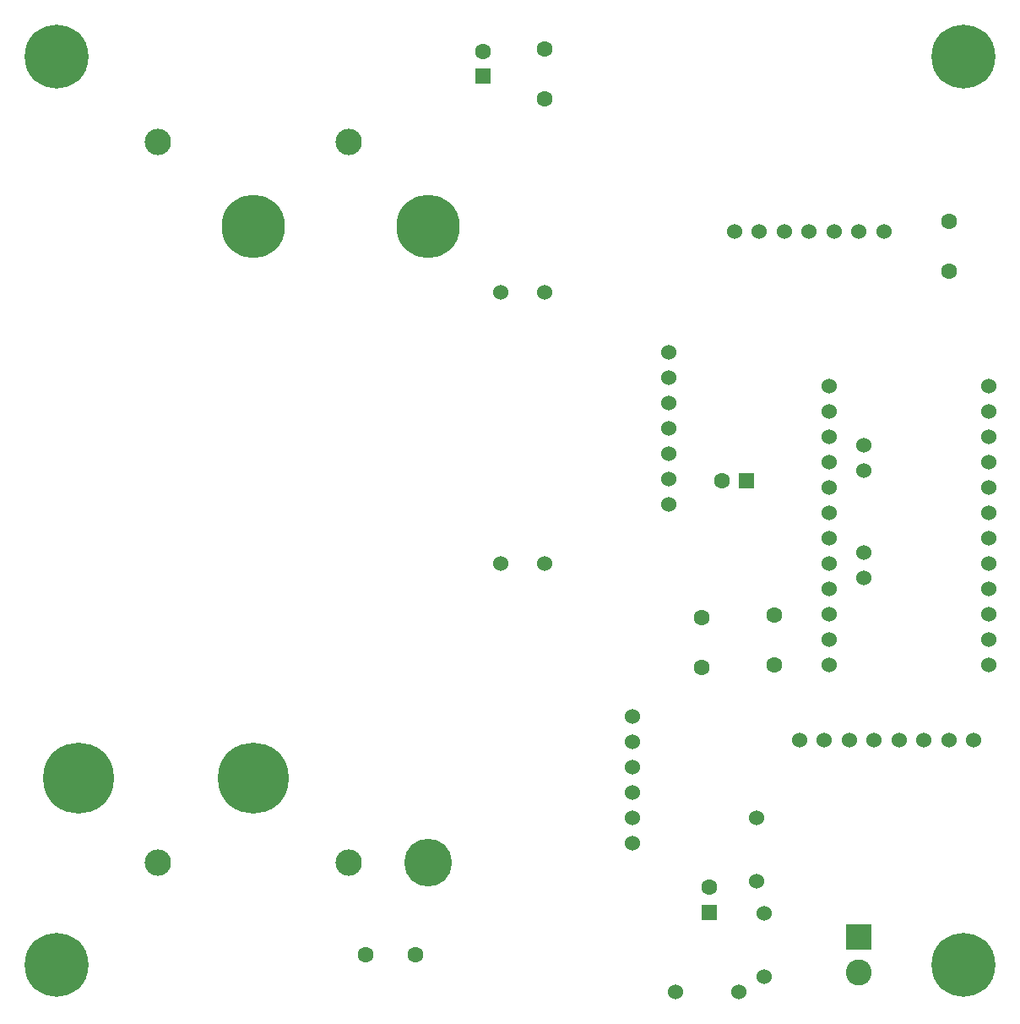
<source format=gbr>
%TF.GenerationSoftware,KiCad,Pcbnew,(5.1.7)-1*%
%TF.CreationDate,2020-11-01T17:05:04-05:00*%
%TF.ProjectId,low_current_data_logger,6c6f775f-6375-4727-9265-6e745f646174,rev?*%
%TF.SameCoordinates,Original*%
%TF.FileFunction,Soldermask,Top*%
%TF.FilePolarity,Negative*%
%FSLAX46Y46*%
G04 Gerber Fmt 4.6, Leading zero omitted, Abs format (unit mm)*
G04 Created by KiCad (PCBNEW (5.1.7)-1) date 2020-11-01 17:05:04*
%MOMM*%
%LPD*%
G01*
G04 APERTURE LIST*
%ADD10C,1.524000*%
%ADD11C,6.350000*%
%ADD12C,7.112000*%
%ADD13C,2.641600*%
%ADD14C,4.775200*%
%ADD15C,6.400000*%
%ADD16C,2.600000*%
%ADD17R,2.600000X2.600000*%
%ADD18C,1.600000*%
%ADD19R,1.600000X1.600000*%
G04 APERTURE END LIST*
D10*
%TO.C,U6*%
X112250000Y-120650000D03*
X112250000Y-123190000D03*
X112250000Y-125730000D03*
X112250000Y-128270000D03*
X112250000Y-130810000D03*
X112250000Y-133350000D03*
%TD*%
D11*
%TO.C,U1*%
X74230000Y-71560000D03*
X91756000Y-71560000D03*
D12*
X74230000Y-126805000D03*
X56754800Y-126805000D03*
D13*
X83805800Y-63051000D03*
X64679600Y-63051000D03*
X64679600Y-135314000D03*
X83805800Y-135314000D03*
D14*
X91756000Y-135314000D03*
%TD*%
D10*
%TO.C,U3*%
X103500000Y-78150000D03*
X99050000Y-78150000D03*
X115950000Y-84130000D03*
X115950000Y-86670000D03*
X115950000Y-89210000D03*
X115950000Y-91750000D03*
X115950000Y-94290000D03*
X115950000Y-96830000D03*
X115950000Y-99370000D03*
X103450000Y-105350000D03*
X99050000Y-105350000D03*
%TD*%
D15*
%TO.C,REF\u002A\u002A*%
X54500000Y-145500000D03*
%TD*%
%TO.C,REF\u002A\u002A*%
X145500000Y-145500000D03*
%TD*%
%TO.C,REF\u002A\u002A*%
X145500000Y-54500000D03*
%TD*%
%TO.C,REF\u002A\u002A*%
X54500000Y-54500000D03*
%TD*%
D10*
%TO.C,U5*%
X122500000Y-72000000D03*
X125000000Y-72000000D03*
X127500000Y-72000000D03*
X130000000Y-72000000D03*
X132500000Y-72000000D03*
X135000000Y-72000000D03*
X137500000Y-72000000D03*
%TD*%
%TO.C,U4*%
X135500000Y-93500000D03*
X135500000Y-96040000D03*
X135500000Y-104210000D03*
X135500000Y-106750000D03*
X132000000Y-87560000D03*
X132000000Y-112960000D03*
X132000000Y-105340000D03*
X132000000Y-110420000D03*
X132000000Y-100260000D03*
X132000000Y-107880000D03*
X132000000Y-97720000D03*
X132000000Y-95180000D03*
X132000000Y-92640000D03*
X132000000Y-102800000D03*
X132000000Y-90100000D03*
X132000000Y-115500000D03*
X148000000Y-87560000D03*
X148000000Y-90100000D03*
X148000000Y-92640000D03*
X148000000Y-95180000D03*
X148000000Y-97720000D03*
X148000000Y-100260000D03*
X148000000Y-102800000D03*
X148000000Y-105340000D03*
X148000000Y-107880000D03*
X148000000Y-110420000D03*
X148000000Y-112960000D03*
X148000000Y-115500000D03*
%TD*%
%TO.C,U2*%
X129000000Y-123000000D03*
X131500000Y-123000000D03*
X134000000Y-123000000D03*
X136500000Y-123000000D03*
X139000000Y-123000000D03*
X141500000Y-123000000D03*
X144000000Y-123000000D03*
X146500000Y-123000000D03*
%TD*%
%TO.C,R3*%
X124750000Y-130825000D03*
X124750000Y-137175000D03*
%TD*%
%TO.C,R2*%
X125500000Y-140325000D03*
X125500000Y-146675000D03*
%TD*%
%TO.C,R1*%
X122925000Y-148250000D03*
X116575000Y-148250000D03*
%TD*%
D16*
%TO.C,J1*%
X135000000Y-146250000D03*
D17*
X135000000Y-142750000D03*
%TD*%
D18*
%TO.C,C8*%
X85500000Y-144500000D03*
X90500000Y-144500000D03*
%TD*%
%TO.C,C7*%
X144000000Y-76000000D03*
X144000000Y-71000000D03*
%TD*%
%TO.C,C6*%
X119250000Y-110750000D03*
X119250000Y-115750000D03*
%TD*%
%TO.C,C5*%
X121250000Y-97000000D03*
D19*
X123750000Y-97000000D03*
%TD*%
D18*
%TO.C,C4*%
X103500000Y-53750000D03*
X103500000Y-58750000D03*
%TD*%
%TO.C,C3*%
X97250000Y-54000000D03*
D19*
X97250000Y-56500000D03*
%TD*%
D18*
%TO.C,C2*%
X120000000Y-137750000D03*
D19*
X120000000Y-140250000D03*
%TD*%
D18*
%TO.C,C1*%
X126500000Y-115500000D03*
X126500000Y-110500000D03*
%TD*%
M02*

</source>
